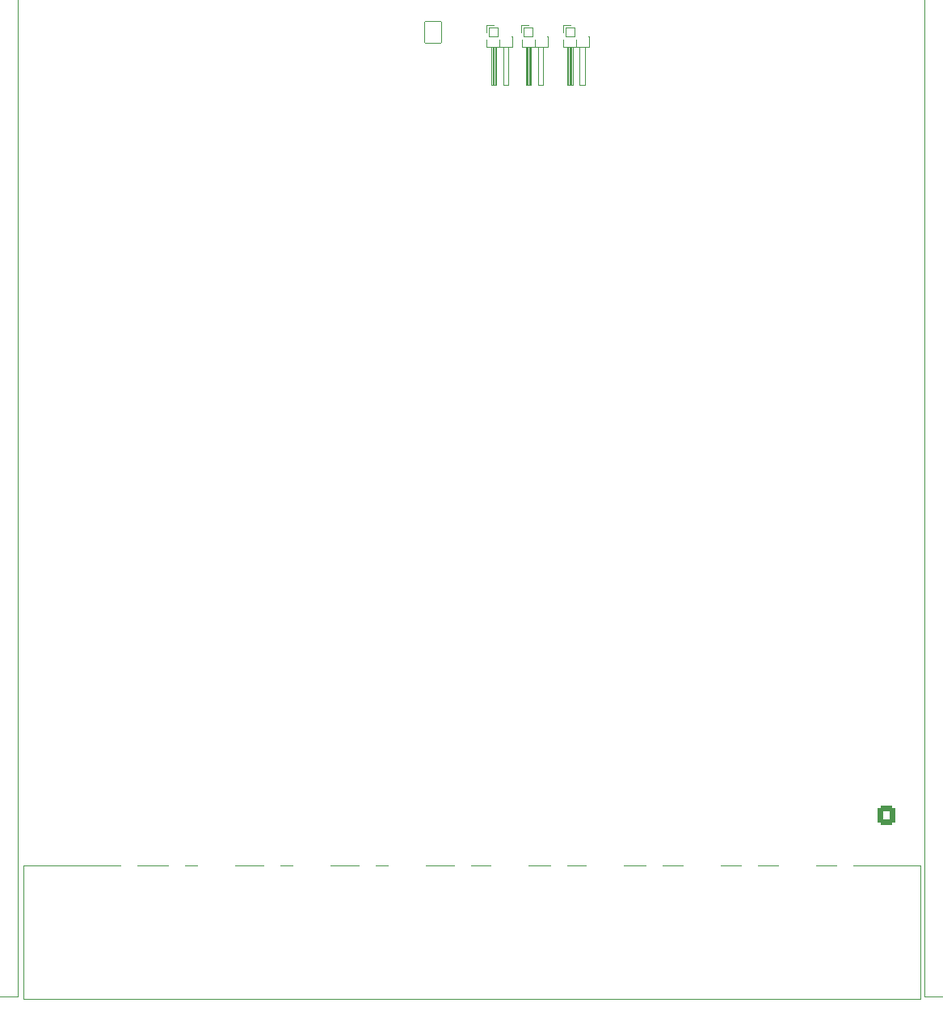
<source format=gbo>
G04 #@! TF.GenerationSoftware,KiCad,Pcbnew,7.0.2-6a45011f42~172~ubuntu20.04.1*
G04 #@! TF.CreationDate,2023-06-13T08:43:18+02:00*
G04 #@! TF.ProjectId,inverter,696e7665-7274-4657-922e-6b696361645f,rev?*
G04 #@! TF.SameCoordinates,Original*
G04 #@! TF.FileFunction,Legend,Bot*
G04 #@! TF.FilePolarity,Positive*
%FSLAX46Y46*%
G04 Gerber Fmt 4.6, Leading zero omitted, Abs format (unit mm)*
G04 Created by KiCad (PCBNEW 7.0.2-6a45011f42~172~ubuntu20.04.1) date 2023-06-13 08:43:18*
%MOMM*%
%LPD*%
G01*
G04 APERTURE LIST*
G04 Aperture macros list*
%AMRoundRect*
0 Rectangle with rounded corners*
0 $1 Rounding radius*
0 $2 $3 $4 $5 $6 $7 $8 $9 X,Y pos of 4 corners*
0 Add a 4 corners polygon primitive as box body*
4,1,4,$2,$3,$4,$5,$6,$7,$8,$9,$2,$3,0*
0 Add four circle primitives for the rounded corners*
1,1,$1+$1,$2,$3*
1,1,$1+$1,$4,$5*
1,1,$1+$1,$6,$7*
1,1,$1+$1,$8,$9*
0 Add four rect primitives between the rounded corners*
20,1,$1+$1,$2,$3,$4,$5,0*
20,1,$1+$1,$4,$5,$6,$7,0*
20,1,$1+$1,$6,$7,$8,$9,0*
20,1,$1+$1,$8,$9,$2,$3,0*%
G04 Aperture macros list end*
%ADD10C,0.120000*%
%ADD11C,0.100000*%
%ADD12RoundRect,0.300000X-0.750000X0.600000X-0.750000X-0.600000X0.750000X-0.600000X0.750000X0.600000X0*%
%ADD13O,2.100000X1.800000*%
%ADD14C,3.200000*%
%ADD15C,2.200000*%
%ADD16C,1.903400*%
%ADD17O,4.100000X5.100000*%
%ADD18O,4.100000X4.100000*%
%ADD19RoundRect,0.300000X0.600000X0.725000X-0.600000X0.725000X-0.600000X-0.725000X0.600000X-0.725000X0*%
%ADD20O,1.800000X2.050000*%
%ADD21RoundRect,0.050000X-0.500000X-0.500000X0.500000X-0.500000X0.500000X0.500000X-0.500000X0.500000X0*%
%ADD22C,1.100000*%
%ADD23C,1.400000*%
%ADD24O,1.600000X3.100000*%
%ADD25O,2.500000X1.700000*%
%ADD26C,1.600000*%
%ADD27O,1.700000X2.500000*%
%ADD28RoundRect,0.050000X-0.850000X0.850000X-0.850000X-0.850000X0.850000X-0.850000X0.850000X0.850000X0*%
%ADD29O,1.800000X1.800000*%
%ADD30RoundRect,0.300000X0.750000X-0.600000X0.750000X0.600000X-0.750000X0.600000X-0.750000X-0.600000X0*%
%ADD31RoundRect,0.050000X0.875000X1.125000X-0.875000X1.125000X-0.875000X-1.125000X0.875000X-1.125000X0*%
%ADD32O,1.850000X2.350000*%
%ADD33RoundRect,0.050000X0.850000X0.850000X-0.850000X0.850000X-0.850000X-0.850000X0.850000X-0.850000X0*%
%ADD34C,0.900000*%
%ADD35RoundRect,0.050000X-1.250000X-80.000000X1.250000X-80.000000X1.250000X80.000000X-1.250000X80.000000X0*%
%ADD36RoundRect,0.300000X-0.725000X0.600000X-0.725000X-0.600000X0.725000X-0.600000X0.725000X0.600000X0*%
%ADD37O,2.050000X1.800000*%
%ADD38RoundRect,0.050000X-0.500000X0.500000X-0.500000X-0.500000X0.500000X-0.500000X0.500000X0.500000X0*%
%ADD39O,1.100000X1.100000*%
G04 APERTURE END LIST*
D10*
G04 #@! TO.C,J101*
X138990000Y-182220000D02*
X45010000Y-182220000D01*
X138990000Y-168250000D02*
X138990000Y-182220000D01*
X45010000Y-182220000D02*
X45010000Y-168250000D01*
X45010000Y-168250000D02*
X138990000Y-168250000D01*
G04 #@! TO.C,TH402*
X98000000Y-80240000D02*
X97240000Y-80240000D01*
X97240000Y-80240000D02*
X97240000Y-81000000D01*
X99965000Y-81440000D02*
X99889677Y-81440000D01*
X98635000Y-81760000D02*
X98635000Y-82560000D01*
X97305000Y-81760000D02*
X97305000Y-82560000D01*
X99965000Y-82560000D02*
X99965000Y-81440000D01*
X99010000Y-82560000D02*
X99010000Y-86560000D01*
X98160000Y-82560000D02*
X98160000Y-86560000D01*
X98040000Y-82560000D02*
X98040000Y-86560000D01*
X97920000Y-82560000D02*
X97920000Y-86560000D01*
X97800000Y-82560000D02*
X97800000Y-86560000D01*
X97740000Y-82560000D02*
X97740000Y-86560000D01*
X97305000Y-82560000D02*
X99965000Y-82560000D01*
X99530000Y-86560000D02*
X99530000Y-82560000D01*
X99010000Y-86560000D02*
X99530000Y-86560000D01*
X98260000Y-86560000D02*
X98260000Y-82560000D01*
X97740000Y-86560000D02*
X98260000Y-86560000D01*
G04 #@! TO.C,TH401*
X94300000Y-80240000D02*
X93540000Y-80240000D01*
X93540000Y-80240000D02*
X93540000Y-81000000D01*
X96265000Y-81440000D02*
X96189677Y-81440000D01*
X94935000Y-81760000D02*
X94935000Y-82560000D01*
X93605000Y-81760000D02*
X93605000Y-82560000D01*
X96265000Y-82560000D02*
X96265000Y-81440000D01*
X95310000Y-82560000D02*
X95310000Y-86560000D01*
X94460000Y-82560000D02*
X94460000Y-86560000D01*
X94340000Y-82560000D02*
X94340000Y-86560000D01*
X94220000Y-82560000D02*
X94220000Y-86560000D01*
X94100000Y-82560000D02*
X94100000Y-86560000D01*
X94040000Y-82560000D02*
X94040000Y-86560000D01*
X93605000Y-82560000D02*
X96265000Y-82560000D01*
X95830000Y-86560000D02*
X95830000Y-82560000D01*
X95310000Y-86560000D02*
X95830000Y-86560000D01*
X94560000Y-86560000D02*
X94560000Y-82560000D01*
X94040000Y-86560000D02*
X94560000Y-86560000D01*
G04 #@! TO.C,TH403*
X102330000Y-80240000D02*
X101570000Y-80240000D01*
X101570000Y-80240000D02*
X101570000Y-81000000D01*
X104295000Y-81440000D02*
X104219677Y-81440000D01*
X102965000Y-81760000D02*
X102965000Y-82560000D01*
X101635000Y-81760000D02*
X101635000Y-82560000D01*
X104295000Y-82560000D02*
X104295000Y-81440000D01*
X103340000Y-82560000D02*
X103340000Y-86560000D01*
X102490000Y-82560000D02*
X102490000Y-86560000D01*
X102370000Y-82560000D02*
X102370000Y-86560000D01*
X102250000Y-82560000D02*
X102250000Y-86560000D01*
X102130000Y-82560000D02*
X102130000Y-86560000D01*
X102070000Y-82560000D02*
X102070000Y-86560000D01*
X101635000Y-82560000D02*
X104295000Y-82560000D01*
X103860000Y-86560000D02*
X103860000Y-82560000D01*
X103340000Y-86560000D02*
X103860000Y-86560000D01*
X102590000Y-86560000D02*
X102590000Y-82560000D01*
X102070000Y-86560000D02*
X102590000Y-86560000D01*
G04 #@! TD*
%LPC*%
D11*
X94400000Y-128187500D02*
X88200000Y-128187500D01*
X88200000Y-121987500D01*
X94400000Y-121987500D01*
X94400000Y-128187500D01*
G36*
X94400000Y-128187500D02*
G01*
X88200000Y-128187500D01*
X88200000Y-121987500D01*
X94400000Y-121987500D01*
X94400000Y-128187500D01*
G37*
X122600000Y-128587500D02*
X116200000Y-128587500D01*
X116200000Y-122187500D01*
X122600000Y-122187500D01*
X122600000Y-128587500D01*
G36*
X122600000Y-128587500D02*
G01*
X116200000Y-128587500D01*
X116200000Y-122187500D01*
X122600000Y-122187500D01*
X122600000Y-128587500D01*
G37*
X80400000Y-124587500D02*
X74600000Y-124587500D01*
X74600000Y-118587500D01*
X80400000Y-118587500D01*
X80400000Y-124587500D01*
G36*
X80400000Y-124587500D02*
G01*
X74600000Y-124587500D01*
X74600000Y-118587500D01*
X80400000Y-118587500D01*
X80400000Y-124587500D01*
G37*
X135875000Y-124800000D02*
X129675000Y-124800000D01*
X129675000Y-118900000D01*
X135875000Y-118900000D01*
X135875000Y-124800000D01*
G36*
X135875000Y-124800000D02*
G01*
X129675000Y-124800000D01*
X129675000Y-118900000D01*
X135875000Y-118900000D01*
X135875000Y-124800000D01*
G37*
X67500000Y-128475000D02*
X61400000Y-128475000D01*
X61400000Y-122475000D01*
X67500000Y-122475000D01*
X67500000Y-128475000D01*
G36*
X67500000Y-128475000D02*
G01*
X61400000Y-128475000D01*
X61400000Y-122475000D01*
X67500000Y-122475000D01*
X67500000Y-128475000D01*
G37*
X107700000Y-124700000D02*
X101500000Y-124700000D01*
X101500000Y-118800000D01*
X107700000Y-118800000D01*
X107700000Y-124700000D01*
G36*
X107700000Y-124700000D02*
G01*
X101500000Y-124700000D01*
X101500000Y-118800000D01*
X107700000Y-118800000D01*
X107700000Y-124700000D01*
G37*
D12*
G04 #@! TO.C,J401*
X53000000Y-25000000D03*
D13*
X53000000Y-27500000D03*
G04 #@! TD*
D14*
G04 #@! TO.C,H107*
X47550000Y-27000000D03*
G04 #@! TD*
D15*
G04 #@! TO.C,J101*
X136450000Y-179680000D03*
X47550000Y-179680000D03*
D16*
X56150000Y-176850000D03*
X56150000Y-168650001D03*
X61150000Y-168650001D03*
D17*
X60540000Y-175631001D03*
D16*
X66150000Y-176850000D03*
D18*
X65290000Y-169000000D03*
D16*
X71150000Y-168650001D03*
D17*
X70540000Y-175631001D03*
D16*
X76150000Y-176850000D03*
D18*
X75290000Y-169000000D03*
D16*
X81150000Y-168650001D03*
D17*
X80540000Y-175631001D03*
D16*
X86150000Y-176850000D03*
D18*
X85290000Y-169000000D03*
D16*
X91150000Y-168650001D03*
D17*
X90540000Y-175631001D03*
D16*
X96150000Y-176850000D03*
D18*
X96010000Y-169000000D03*
D16*
X101150000Y-168650001D03*
D17*
X100540000Y-175631001D03*
D16*
X106150000Y-176850000D03*
D18*
X106010000Y-169000000D03*
D16*
X111150000Y-168650001D03*
D17*
X111090000Y-175631001D03*
D18*
X116170000Y-169000000D03*
D16*
X116150000Y-176850001D03*
D17*
X121250000Y-175631001D03*
D16*
X121150000Y-168650001D03*
D18*
X126170000Y-169000000D03*
D16*
X126150000Y-176850001D03*
D17*
X131250000Y-175631001D03*
D16*
X131150000Y-168650001D03*
G04 #@! TD*
D19*
G04 #@! TO.C,J901*
X135500000Y-163000000D03*
D20*
X133000000Y-163000000D03*
X130500000Y-163000000D03*
X128000000Y-163000000D03*
X125500000Y-163000000D03*
G04 #@! TD*
D21*
G04 #@! TO.C,J404*
X91950000Y-33850000D03*
D22*
X92966000Y-35630000D03*
X93982000Y-33850000D03*
X94998000Y-35630000D03*
X96014000Y-33850000D03*
X97030000Y-35630000D03*
X98046000Y-33850000D03*
X99062000Y-35630000D03*
D23*
X88965500Y-37914000D03*
X91251500Y-37914000D03*
X99760500Y-37914000D03*
X102046500Y-37914000D03*
D24*
X85600000Y-27500000D03*
X105539000Y-27500000D03*
G04 #@! TD*
D14*
G04 #@! TO.C,H104*
X82000000Y-128000000D03*
G04 #@! TD*
D25*
G04 #@! TO.C,U401*
X112470000Y-23440000D03*
X112470000Y-25980000D03*
X112470000Y-28520000D03*
X112470000Y-31060000D03*
X112470000Y-33600000D03*
X112470000Y-36140000D03*
X112470000Y-38680000D03*
X112470000Y-41220000D03*
X112470000Y-43760000D03*
X112470000Y-46300000D03*
X112470000Y-48840000D03*
X112470000Y-51380000D03*
X112470000Y-53920000D03*
X112470000Y-56460000D03*
X112470000Y-59000000D03*
X112470000Y-61540000D03*
X112470000Y-64080000D03*
X112470000Y-66620000D03*
X112470000Y-69160000D03*
X112470000Y-71700000D03*
X131050000Y-71700000D03*
X131050000Y-69160000D03*
X131050000Y-66620000D03*
X131050000Y-64080000D03*
X131050000Y-61540000D03*
X131050000Y-59000000D03*
X131050000Y-56460000D03*
X131050000Y-53920000D03*
X131050000Y-51380000D03*
X131050000Y-48840000D03*
X131050000Y-46300000D03*
X131050000Y-43760000D03*
X131050000Y-41220000D03*
X131050000Y-38680000D03*
X131050000Y-36140000D03*
X131050000Y-33600000D03*
X131050000Y-31060000D03*
X131050000Y-28520000D03*
X131050000Y-25980000D03*
X131050000Y-23440000D03*
D26*
X115410000Y-31060000D03*
X115410000Y-33600000D03*
X115410000Y-36140000D03*
X115410000Y-38680000D03*
X115410000Y-41220000D03*
X115410000Y-53920000D03*
X115410000Y-56460000D03*
X115410000Y-59000000D03*
X115410000Y-61540000D03*
X115410000Y-64080000D03*
X115410000Y-66620000D03*
X115410000Y-69160000D03*
D27*
X115410000Y-72100000D03*
X117950000Y-72100000D03*
X120490000Y-72100000D03*
X123030000Y-72100000D03*
X125570000Y-72100000D03*
X128110000Y-72100000D03*
D26*
X128110000Y-69160000D03*
G04 #@! TD*
D28*
G04 #@! TO.C,JP403*
X97325000Y-47400000D03*
D29*
X94785000Y-47400000D03*
G04 #@! TD*
D14*
G04 #@! TO.C,H108*
X136450000Y-27000000D03*
G04 #@! TD*
D30*
G04 #@! TO.C,J402*
X57000000Y-27500000D03*
D13*
X57000000Y-25000000D03*
G04 #@! TD*
D31*
G04 #@! TO.C,PS501*
X88020000Y-81000000D03*
D32*
X85480000Y-81000000D03*
X82940000Y-81000000D03*
X80400000Y-81000000D03*
G04 #@! TD*
D14*
G04 #@! TO.C,H101*
X64000000Y-110000000D03*
G04 #@! TD*
G04 #@! TO.C,H102*
X90000000Y-110000000D03*
G04 #@! TD*
D33*
G04 #@! TO.C,JP401*
X94260000Y-44200000D03*
D29*
X94260000Y-41660000D03*
G04 #@! TD*
D14*
G04 #@! TO.C,H106*
X138000000Y-128000000D03*
G04 #@! TD*
G04 #@! TO.C,H103*
X120000000Y-110000000D03*
G04 #@! TD*
D21*
G04 #@! TO.C,J403*
X66950000Y-33850000D03*
D22*
X67966000Y-35630000D03*
X68982000Y-33850000D03*
X69998000Y-35630000D03*
X71014000Y-33850000D03*
X72030000Y-35630000D03*
X73046000Y-33850000D03*
X74062000Y-35630000D03*
D23*
X63965500Y-37914000D03*
X66251500Y-37914000D03*
X74760500Y-37914000D03*
X77046500Y-37914000D03*
D24*
X60600000Y-27500000D03*
X80539000Y-27500000D03*
G04 #@! TD*
D14*
G04 #@! TO.C,H105*
X112000000Y-128000000D03*
G04 #@! TD*
D34*
G04 #@! TO.C,N101*
X43250000Y-24500000D03*
X43250000Y-34500000D03*
X43250000Y-44500000D03*
X43250000Y-54500000D03*
X43250000Y-64500000D03*
X43250000Y-74500000D03*
X43250000Y-84500000D03*
X43250000Y-94500000D03*
D35*
X43250000Y-102000000D03*
D34*
X43250000Y-104500000D03*
X43250000Y-114500000D03*
X43250000Y-124500000D03*
X43250000Y-134500000D03*
X43250000Y-144500000D03*
X43250000Y-154500000D03*
X43250000Y-164500000D03*
X43250000Y-174500000D03*
X140750000Y-24250000D03*
X140750000Y-34250000D03*
X140750000Y-44250000D03*
X140750000Y-54250000D03*
X140750000Y-64250000D03*
X140750000Y-74250000D03*
X140750000Y-84250000D03*
X140750000Y-94250000D03*
D35*
X140750000Y-102000000D03*
D34*
X140750000Y-104250000D03*
X140750000Y-114250000D03*
X140750000Y-124250000D03*
X140750000Y-134250000D03*
X140750000Y-144250000D03*
X140750000Y-154250000D03*
X140750000Y-164250000D03*
X140750000Y-174250000D03*
G04 #@! TD*
D36*
G04 #@! TO.C,J301*
X109200000Y-76600000D03*
D37*
X109200000Y-79100000D03*
X109200000Y-81600000D03*
X109200000Y-84100000D03*
G04 #@! TD*
D33*
G04 #@! TO.C,J501*
X49050000Y-37800000D03*
D29*
X49050000Y-35260000D03*
X49050000Y-32720000D03*
G04 #@! TD*
D38*
G04 #@! TO.C,TH402*
X98000000Y-81000000D03*
D39*
X99270000Y-81000000D03*
G04 #@! TD*
D38*
G04 #@! TO.C,TH401*
X94300000Y-81000000D03*
D39*
X95570000Y-81000000D03*
G04 #@! TD*
D38*
G04 #@! TO.C,TH403*
X102330000Y-81000000D03*
D39*
X103600000Y-81000000D03*
G04 #@! TD*
%LPD*%
M02*

</source>
